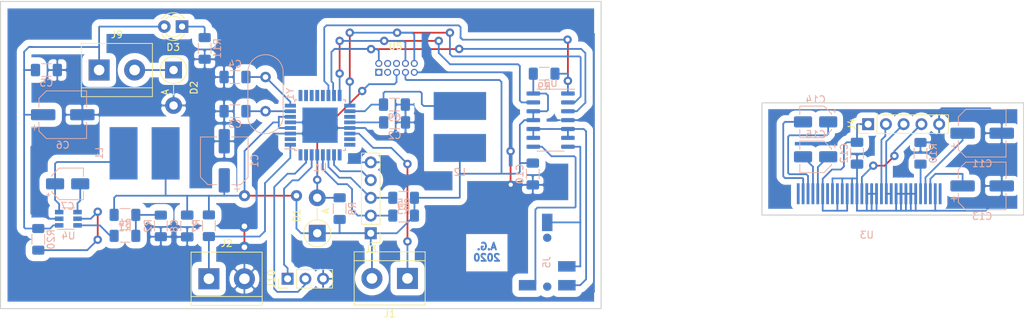
<source format=kicad_pcb>
(kicad_pcb (version 20221018) (generator pcbnew)
  (layers (0 "F.Cu" signal) (31 "B.Cu" signal) (34 "B.Paste" user) (35 "F.Paste" user) (36 "B.SilkS" user "B.Silkscreen") (37 "F.SilkS" user "F.Silkscreen") (38 "B.Mask" user) (39 "F.Mask" user) (44 "Edge.Cuts" user))
  (net 0 "")
  (net 1 "GND")
  (net 2 "VCC")
  (net 3 "Net-(C2-Pad1)")
  (net 4 "XTAL1")
  (net 5 "XTAL2")
  (net 6 "+12V")
  (net 7 "Net-(C7-Pad2)")
  (net 8 "Net-(C7-Pad1)")
  (net 9 "Net-(C9-Pad1)")
  (net 10 "Net-(D1-Pad2)")
  (net 11 "Net-(J1-Pad1)")
  (net 12 "1_WIRE")
  (net 13 "MOSI")
  (net 14 "SCK")
  (net 15 "MISO")
  (net 16 "Net-(R1-Pad2)")
  (net 17 "Net-(R4-Pad2)")
  (net 18 "Net-(R10-Pad1)")
  (net 19 "Net-(R20-Pad1)")
  (net 20 "MCP42100_CS")
  (net 21 "USART_TX")
  (net 22 "Net-(C11-Pad1)")
  (net 23 "Net-(C13-Pad1)")
  (net 24 "Net-(C14-Pad2)")
  (net 25 "Net-(C14-Pad1)")
  (net 26 "Net-(C15-Pad2)")
  (net 27 "Net-(C15-Pad1)")
  (net 28 "Net-(J3-Pad3)")
  (net 29 "Net-(J3-Pad2)")
  (net 30 "Net-(J4-Pad3)")
  (net 31 "Net-(J4-Pad2)")
  (net 32 "USART_RX")
  (net 33 "Net-(D2-Pad1)")
  (net 34 "Net-(J5-PadT)")
  (net 35 "Net-(J5-PadR1)")
  (net 36 "Net-(J5-PadS)")
  (net 37 "Net-(U1-Pad32)")
  (net 38 "Net-(U1-Pad25)")
  (net 39 "Net-(U1-Pad24)")
  (net 40 "Net-(U1-Pad23)")
  (net 41 "Net-(U1-Pad19)")
  (net 42 "Net-(U1-Pad13)")
  (net 43 "Net-(U1-Pad12)")
  (net 44 "Net-(U1-Pad11)")
  (net 45 "Net-(U1-Pad10)")
  (net 46 "Net-(U1-Pad9)")
  (net 47 "Net-(U1-Pad2)")
  (net 48 "Net-(U3-Pad30)")
  (net 49 "Net-(U3-Pad7)")
  (net 50 "Net-(U3-Pad1)")
  (net 51 "Net-(U5-Pad10)")
  (net 52 "Net-(U5-Pad8)")
  (net 53 "Net-(U5-Pad7)")
  (net 54 "Net-(U5-Pad5)")
  (net 55 "Net-(D3-Pad1)")
  (net 56 "Net-(J3-Pad4)")
  (net 57 "Net-(J4-Pad4)")
  (footprint "Diode_THT:D_DO-15_P5.08mm_Vertical_AnodeUp" (layer "F.Cu") (at 45.3 29.975 -90)
    (fp_text reference "D2")
    (fp_text value "D")
  )
  (footprint "TerminalBlock:TerminalBlock_bornier-2_P5.08mm" (layer "F.Cu") (at 78.75 59.825 180)
    (fp_text reference "J1")
    (fp_text value "REMOTE_CTL")
  )
  (footprint "TerminalBlock:TerminalBlock_bornier-2_P5.08mm" (layer "F.Cu") (at 50.35 59.875)
    (fp_text reference "J2")
    (fp_text value "1_WIRE")
  )
  (footprint "Diode_THT:D_DO-15_P5.08mm_Vertical_AnodeUp" (layer "F.Cu") (at 65.85 53.355 90)
    (fp_text reference "D1")
    (fp_text value "D")
  )
  (footprint "TerminalBlock:TerminalBlock_bornier-2_P5.08mm" (layer "F.Cu") (at 34.65 29.975)
    (fp_text reference "J9")
    (fp_text value "POWER_IN")
  )
  (footprint "footprints:Atmel-ICE_IDC_2x05_P1.27mm_Vertical" (layer "F.Cu") (at 74.65 30.3 90)
    (fp_text reference "U5")
    (fp_text value "Atmel-ICE-ISP")
  )
  (footprint "Connector_PinHeader_2.54mm:PinHeader_1x03_P2.54mm_Vertical" (layer "F.Cu") (at 61.61 59.875 90)
    (fp_text reference "J10")
    (fp_text value "USART_OUT")
  )
  (footprint "LED_THT:LED_D3.0mm" (layer "F.Cu") (at 46.515 23.75 180)
    (fp_text reference "D3")
    (fp_text value "LED_PWR")
  )
  (footprint "Connector_PinHeader_2.54mm:PinHeader_1x05_P2.54mm_Vertical" (layer "F.Cu") (at 73.5 53.36 180)
    (fp_text reference "J3")
    (fp_text value "Display_OUT")
  )
  (footprint "Connector_PinHeader_2.54mm:PinHeader_1x05_P2.54mm_Vertical" (layer "F.Cu") (at 144.64 37.725 90)
    (fp_text reference "J4")
    (fp_text value "Display_IN")
  )
  (footprint "Capacitor_SMD:C_1206_3216Metric_Pad1.33x1.80mm_HandSolder" (layer "B.Cu") (at 76.9125 37.475)
    (fp_text reference "C2")
    (fp_text value "100pF")
  )
  (footprint "Capacitor_SMD:C_1206_3216Metric_Pad1.33x1.80mm_HandSolder" (layer "B.Cu") (at 54.0875 35.875)
    (fp_text reference "C3")
    (fp_text value "22pF")
  )
  (footprint "Capacitor_SMD:C_1206_3216Metric_Pad1.33x1.80mm_HandSolder" (layer "B.Cu") (at 54.0875 30.975 180)
    (fp_text reference "C4")
    (fp_text value "22pF")
  )
  (footprint "Capacitor_SMD:CP_Elec_4x5.4" (layer "B.Cu") (at 30.15 46.275)
    (fp_text reference "C7")
    (fp_text value "1uF")
  )
  (footprint "Capacitor_SMD:C_1206_3216Metric_Pad1.33x1.80mm_HandSolder" (layer "B.Cu") (at 96.675 44.8625 -90)
    (fp_text reference "C10")
    (fp_text value "100nF")
  )
  (footprint "Resistor_SMD:R_1206_3216Metric_Pad1.30x1.75mm_HandSolder" (layer "B.Cu") (at 38.35 50.725)
    (fp_text reference "R1")
    (fp_text value "10k")
  )
  (footprint "Resistor_SMD:R_1206_3216Metric_Pad1.30x1.75mm_HandSolder" (layer "B.Cu") (at 43.475 52.3 -90)
    (fp_text reference "R2")
    (fp_text value "3k3")
  )
  (footprint "Resistor_SMD:R_1206_3216Metric_Pad1.30x1.75mm_HandSolder" (layer "B.Cu") (at 38.35 53.725 180)
    (fp_text reference "R4")
    (fp_text value "51k")
  )
  (footprint "Resistor_SMD:R_1206_3216Metric_Pad1.30x1.75mm_HandSolder" (layer "B.Cu") (at 50.35 52.275 -90)
    (fp_text reference "R7")
    (fp_text value "4.7k")
  )
  (footprint "Resistor_SMD:R_1206_3216Metric_Pad1.30x1.75mm_HandSolder" (layer "B.Cu") (at 98.3 30.5)
    (fp_text reference "R9")
    (fp_text value "10k")
  )
  (footprint "Resistor_SMD:R_1206_3216Metric_Pad1.30x1.75mm_HandSolder" (layer "B.Cu") (at 25.95 54.225 90)
    (fp_text reference "R20")
    (fp_text value "100k")
  )
  (footprint "Package_QFP:TQFP-32_7x7mm_P0.8mm" (layer "B.Cu") (at 66.25 37.875)
    (fp_text reference "U1")
    (fp_text value "ATmega88-20AU")
  )
  (footprint "Package_TO_SOT_SMD:TSOT-23-6" (layer "B.Cu") (at 30.25 51.275)
    (fp_text reference "U4")
    (fp_text value "AP65111AWU")
  )
  (footprint "Crystal:Crystal_HC18-U_Vertical" (layer "B.Cu") (at 58.45 35.875 90)
    (fp_text reference "Y1")
    (fp_text value "4MHz")
  )
  (footprint "Capacitor_SMD:CP_Elec_6.3x5.4" (layer "B.Cu") (at 52.55 42.975 90)
    (fp_text reference "C1")
    (fp_text value "22uF")
  )
  (footprint "Capacitor_SMD:C_1206_3216Metric_Pad1.33x1.80mm_HandSolder" (layer "B.Cu") (at 47.25 52.3125 -90)
    (fp_text reference "C8")
    (fp_text value "22pF")
  )
  (footprint "Package_SO:SOIC-14_3.9x8.7mm_P1.27mm" (layer "B.Cu") (at 99.225 37.15 180)
    (fp_text reference "U2")
    (fp_text value "MCP42100")
  )
  (footprint "Capacitor_SMD:C_1206_3216Metric_Pad1.33x1.80mm_HandSolder" (layer "B.Cu") (at 76.8875 34.925)
    (fp_text reference "C9")
    (fp_text value "100nF")
  )
  (footprint "Capacitor_SMD:C_1206_3216Metric_Pad1.33x1.80mm_HandSolder" (layer "B.Cu") (at 143.05 41.8875 -90)
    (fp_text reference "C12")
    (fp_text value "100nF")
  )
  (footprint "Capacitor_SMD:CP_Elec_4x5.4" (layer "B.Cu") (at 137.125 37.4 180)
    (fp_text reference "C14")
    (fp_text value "1uF")
  )
  (footprint "Capacitor_SMD:CP_Elec_4x5.4" (layer "B.Cu") (at 137.125 42.4 180)
    (fp_text reference "C15")
    (fp_text value "1uF")
  )
  (footprint "Resistor_SMD:R_1206_3216Metric_Pad1.30x1.75mm_HandSolder" (layer "B.Cu") (at 78.2 48.275)
    (fp_text reference "R3")
    (fp_text value "4k7")
  )
  (footprint "Resistor_SMD:R_1206_3216Metric_Pad1.30x1.75mm_HandSolder" (layer "B.Cu") (at 78.2 50.825 180)
    (fp_text reference "R5")
    (fp_text value "4k7")
  )
  (footprint "Resistor_SMD:R_1206_3216Metric_Pad1.30x1.75mm_HandSolder" (layer "B.Cu") (at 152.125 41.9 90)
    (fp_text reference "R10")
    (fp_text value "64k")
  )
  (footprint "Capacitor_SMD:C_1206_3216Metric_Pad1.33x1.80mm_HandSolder" (layer "B.Cu") (at 27.1125 29.975)
    (fp_text reference "C5")
    (fp_text value "100nF")
  )
  (footprint "Resistor_SMD:R_1206_3216Metric_Pad1.30x1.75mm_HandSolder" (layer "B.Cu") (at 69.05 49.825 90)
    (fp_text reference "R8")
    (fp_text value "10k")
  )
  (footprint "Capacitor_SMD:CP_Elec_6.3x5.4" (layer "B.Cu") (at 29.45 36.375)
    (fp_text reference "C6")
    (fp_text value "22uF")
  )
  (footprint "Capacitor_SMD:CP_Elec_6.3x5.4" (layer "B.Cu") (at 160.95 39.025)
    (fp_text reference "C11")
    (fp_text value "4.7uF")
  )
  (footprint "Capacitor_SMD:CP_Elec_6.3x5.4" (layer "B.Cu") (at 160.95 46.575)
    (fp_text reference "C13")
    (fp_text value "2.2uF")
  )
  (footprint "footprints:DLG-0705_HandSolder" (layer "B.Cu") (at 41.25 41.91 -90)
    (fp_text reference "L1")
    (fp_text value "10uH")
  )
  (footprint "footprints:DLG-0705_HandSolder" (layer "B.Cu") (at 86.25 38.037)
    (fp_text reference "L2")
    (fp_text value "10uH")
  )
  (footprint "footprints:PJ218-SMT-LW" (layer "B.Cu") (at 98.74 57.1 90)
    (fp_text reference "J5")
    (fp_text value "AudioJack4")
  )
  (footprint "Resistor_SMD:R_1206_3216Metric_Pad1.30x1.75mm_HandSolder" (layer "B.Cu") (at 49.75 26.875 90)
    (fp_text reference "R11")
    (fp_text value "470")
  )
  (footprint "footprints:OLED-AG-L-12864" (layer "B.Cu") (at 144.45 48.4)
    (fp_text reference "U3")
    (fp_text value "SSD1306")
  )
  (gr_line (start 106.45 20.15) (end 20.55 20.15) (stroke (width 0.15)) (layer "Edge.Cuts"))
  (gr_line (start 166.875 50.75) (end 166.875 34.675) (stroke (width 0.15)) (layer "Edge.Cuts"))
  (gr_line (start 129.45 50.75) (end 166.875 50.75) (stroke (width 0.15)) (layer "Edge.Cuts"))
  (gr_line (start 129.45 34.675) (end 129.45 50.75) (stroke (width 0.15)) (layer "Edge.Cuts"))
  (gr_line (start 166.875 34.675) (end 129.45 34.675) (stroke (width 0.15)) (layer "Edge.Cuts"))
  (gr_line (start 106.45 64.15) (end 106.45 20.15) (stroke (width 0.15)) (layer "Edge.Cuts"))
  (gr_line (start 20.55 20.15) (end 20.55 64.15) (stroke (width 0.15)) (layer "Edge.Cuts"))
  (gr_line (start 20.55 64.15) (end 106.45 64.15) (stroke (width 0.15)) (layer "Edge.Cuts"))
  (gr_text "A.G.\n2020" (at 90.1 56.05) (layer "B.Cu") (effects (font (size 1 1) (thickness 0.25)) (justify mirror)))
  (segment (start 93.5 46.375) (end 93.525 46.4) (width 0.25) (layer "F.Cu") (net 1))
  (segment (start 55.43 55.355) (end 55.43 52.355) (width 0.25) (layer "F.Cu") (net 1))
  (segment (start 93.5 41.6) (end 93.5 46.375) (width 0.25) (layer "F.Cu") (net 1))
  (via (at 55.43 52.355) (size 1.6) (drill 0.8) (layers "F.Cu" "B.Cu") (net 1))
  (via (at 93.525 46.4) (size 1.2) (drill 0.6) (layers "F.Cu" "B.Cu") (net 1))
  (via (at 55.43 55.355) (size 1.6) (drill 0.8) (layers "F.Cu" "B.Cu") (net 1))
  (via (at 93.5 41.6) (size 1.2) (drill 0.6) (layers "F.Cu" "B.Cu") (net 1))
  (segment (start 75.625 43.2) (end 78.025 45.6) (width 0.25) (layer "B.Cu") (net 1))
  (segment (start 43.5 53.875) (end 43.475 53.85) (width 0.25) (layer "B.Cu") (net 1))
  (segment (start 142.34 47.7) (end 142.34 45.56) (width 0.25) (layer "B.Cu") (net 1))
  (segment (start 72.7 38.275) (end 70.5 38.275) (width 0.25) (layer "B.Cu") (net 1))
  (segment (start 43.475 53.975) (end 43.475 61.475) (width 0.25) (layer "B.Cu") (net 1))
  (segment (start 150.74 50.065) (end 150.8 50.125) (width 0.25) (layer "B.Cu") (net 1))
  (segment (start 163.75 47.825) (end 163.75 46.575) (width 0.25) (layer "B.Cu") (net 1))
  (segment (start 143.05 47.69) (end 143.04 47.7) (width 0.25) (layer "B.Cu") (net 1))
  (segment (start 88.4 23.5) (end 104.1 23.5) (width 0.25) (layer "B.Cu") (net 1))
  (segment (start 78.475 37.475) (end 78.475 34.95) (width 0.25) (layer "B.Cu") (net 1))
  (segment (start 59.625 39.075) (end 57.14997 41.55003) (width 0.25) (layer "B.Cu") (net 1))
  (segment (start 52.525 26.975) (end 52.95 26.55) (width 0.25) (layer "B.Cu") (net 1))
  (segment (start 154.225 50.1) (end 154.25 50.125) (width 0.25) (layer "B.Cu") (net 1))
  (segment (start 32.05 40.55) (end 32.25 40.35) (width 0.25) (layer "B.Cu") (net 1))
  (segment (start 78.025 45.6) (end 79.475 45.6) (width 0.25) (layer "B.Cu") (net 1))
  (segment (start 78.475 37.425) (end 78.475 39.75) (width 0.25) (layer "B.Cu") (net 1))
  (segment (start 24.95 50.525) (end 24.95 40.975) (width 0.25) (layer "B.Cu") (net 1))
  (segment (start 141 45.5) (end 142.4 45.5) (width 0.25) (layer "B.Cu") (net 1))
  (segment (start 150.04 47.7) (end 150.04 50.115) (width 0.25) (layer "B.Cu") (net 1))
  (segment (start 52.525 30.975) (end 52.525 28.425) (width 0.25) (layer "B.Cu") (net 1))
  (segment (start 154.8 36.975) (end 154.8 35.8) (width 0.25) (layer "B.Cu") (net 1))
  (segment (start 55.43 62.5) (end 55.45 62.5) (width 0.25) (layer "B.Cu") (net 1))
  (segment (start 139.54 45.51) (end 139.55 45.5) (width 0.25) (layer "B.Cu") (net 1))
  (segment (start 142.34 45.56) (end 142.4 45.5) (width 0.25) (layer "B.Cu") (net 1))
  (segment (start 28.675 29.975) (end 30.775 29.975) (width 0.25) (layer "B.Cu") (net 1))
  (segment (start 66.35 22.05) (end 86.95 22.05) (width 0.25) (layer "B.Cu") (net 1))
  (segment (start 31.35 30.55) (end 31.35 32.25) (width 0.25) (layer "B.Cu") (net 1))
  (segment (start 101.7 37.15) (end 103.95 37.15) (width 0.25) (layer "B.Cu") (net 1))
  (segment (start 145.14 50.125) (end 145.875 50.125) (width 0.25) (layer "B.Cu") (net 1))
  (segment (start 78.45 37.4) (end 78.475 37.425) (width 0.25) (layer "B.Cu") (net 1))
  (segment (start 28.94 51.275) (end 27.575 51.275) (width 0.25) (layer "B.Cu") (net 1))
  (segment (start 49.75 28.425) (end 52.525 28.425) (width 0.25) (layer "B.Cu") (net 1))
  (segment (start 161.45 50.125) (end 163.75 47.825) (width 0.25) (layer "B.Cu") (net 1))
  (segment (start 140.94 47.7) (end 140.94 45.56) (width 0.25) (layer "B.Cu") (net 1))
  (segment (start 148.64 47.7) (end 151.44 47.7) (width 0.25) (layer "B.Cu") (net 1))
  (segment (start 47.25 53.875) (end 43.5 53.875) (width 0.25) (layer "B.Cu") (net 1))
  (segment (start 145.84 47.7) (end 145.84 50.09) (width 0.25) (layer "B.Cu") (net 1))
  (segment (start 93.25 50.15) (end 86.2 50.15) (width 0.25) (layer "B.Cu") (net 1))
  (segment (start 154.8 35.8) (end 155.15 35.45) (width 0.25) (layer "B.Cu") (net 1))
  (segment (start 150.74 47.7) (end 150.74 50.065) (width 0.25) (layer "B.Cu") (net 1))
  (segment (start 55.75 62.8) (end 55.45 62.5) (width 0.25) (layer "B.Cu") (net 1))
  (segment (start 25.175 50.75) (end 24.95 50.525) (width 0.25) (layer "B.Cu") (net 1))
  (segment (start 79.73 30.3) (end 93.3 30.3) (width 0.25) (layer "B.Cu") (net 1))
  (segment (start 144.44 47.7) (end 145.84 47.7) (width 0.25) (layer "B.Cu") (net 1))
  (segment (start 93.55 30.55) (end 93.55 41.55) (width 0.25) (layer "B.Cu") (net 1))
  (segment (start 151.44 50.09) (end 151.475 50.125) (width 0.25) (layer "B.Cu") (net 1))
  (segment (start 143.04 47.7) (end 143.04 50.125) (width 0.25) (layer "B.Cu") (net 1))
  (segment (start 149.34 50.04) (end 149.425 50.125) (width 0.25) (layer "B.Cu") (net 1))
  (segment (start 163.75 46.575) (end 163.75 39.025) (width 0.25) (layer "B.Cu") (net 1))
  (segment (start 143.05 45.5) (end 143.05 47.69) (width 0.25) (layer "B.Cu") (net 1))
  (segment (start 31.35 32.25) (end 32.25 33.15) (width 0.25) (layer "B.Cu") (net 1))
  (segment (start 78.475 34.95) (end 78.45 34.925) (width 0.25) (layer "B.Cu") (net 1))
  (segment (start 86.95 22.05) (end 88.4 23.5) (width 0.25) (layer "B.Cu") (net 1))
  (segment (start 145.84 50.09) (end 145.875 50.125) (width 0.25) (layer "B.Cu") (net 1))
  (segment (start 144.44 50.065) (end 144.5 50.125) (width 0.25) (layer "B.Cu") (net 1))
  (segment (start 65.3 26.55) (end 65.65 26.2) (width 0.25) (layer "B.Cu") (net 1))
  (segment (start 145.14 47.7) (end 145.14 50.125) (width 0.25) (layer "B.Cu") (net 1))
  (segment (start 150.04 50.115) (end 150.05 50.125) (width 0.25) (layer "B.Cu") (net 1))
  (segment (start 93.525 46.475) (end 93.525 49.875) (width 0.25) (layer "B.Cu") (net 1))
  (segment (start 104.35 62.8) (end 55.75 62.8) (width 0.25) (layer "B.Cu") (net 1))
  (segment (start 65.65 26.2) (end 65.65 22.75) (width 0.25) (layer "B.Cu") (net 1))
  (segment (start 78.475 39.75) (end 78.475 37.475) (width 0.25) (layer "B.Cu") (net 1))
  (segment (start 45.3 35.055) (end 36.545 35.055) (width 0.25) (layer "B.Cu") (net 1))
  (segment (start 65.45 37.475) (end 66.25 38.275) (width 0.25) (layer "B.Cu") (net 1))
  (segment (start 163.75 37.15) (end 163.75 39.025) (width 0.25) (layer "B.Cu") (net 1))
  (segment (start 142.4 45.5) (end 143.05 45.5) (width 0.25) (layer "B.Cu") (net 1))
  (segment (start 36.545 35.055) (end 35.225 36.375) (width 0.25) (layer "B.Cu") (net 1))
  (segment (start 80.35 44.725) (end 80.35 41.25) (width 0.25) (layer "B.Cu") (net 1))
  (segment (start 62 39.075) (end 59.625 39.075) (width 0.25) (layer "B.Cu") (net 1))
  (segment (start 154.24 50.11) (end 154.225 50.125) (width 0.25) (layer "B.Cu") (net 1))
  (segment (start 44.5 62.5) (end 55.45 62.5) (width 0.25) (layer "B.Cu") (net 1))
  (segment (start 65.65 22.75) (end 66.35 22.05) (width 0.25) (layer "B.Cu") (net 1))
  (segment (start 104.55 37.15) (end 103.95 37.15) (width 0.25) (layer "B.Cu") (net 1))
  (segment (start 45.3 35.055) (end 47.655 35.055) (width 0.25) (layer "B.Cu") (net 1))
  (segment (start 105.425 36.275) (end 105.425 61.725) (width 0.25) (layer "B.Cu") (net 1))
  (segment (start 149.425 50.125) (end 150.075 50.125) (width 0.25) (layer "B.Cu") (net 1))
  (segment (start 103.95 37.15) (end 105.425 37.15) (width 0.25) (layer "B.Cu") (net 1))
  (segment (start 62 39.075) (end 65.45 39.075) (width 0.25) (layer "B.Cu") (net 1))
  (segment (start 104.1 23.5) (end 105.425 24.825) (width 0.25) (layer "B.Cu") (net 1))
  (segment (start 57.14997 52.175) (end 56.96997 52.355) (width 0.25) (layer "B.Cu") (net 1))
  (segment (start 148.64 50.09) (end 148.675 50.125) (width 0.25) (layer "B.Cu") (net 1))
  (segment (start 105.425 61.725) (end 104.35 62.8) (width 0.25) (layer "B.Cu") (net 1))
  (segment (start 149.34 47.7) (end 149.34 50.04) (width 0.25) (layer "B.Cu") (net 1))
  (segment (start 66.69 62.74) (end 66.7 62.75) (width 0.25) (layer "B.Cu") (net 1))
  (segment (start 25.375 40.55) (end 32.05 40.55) (width 0.25) (layer "B.Cu") (net 1))
  (segment (start 27.575 51.275) (end 27.05 50.75) (width 0.25) (layer "B.Cu") (net 1))
  (segment (start 148.64 47.7) (end 148.64 50.09) (width 0.25) (layer "B.Cu") (net 1))
  (segment (start 93.525 49.875) (end 93.25 50.15) (width 0.25) (layer "B.Cu") (net 1))
  (segment (start 52.95 26.55) (end 65.3 26.55) (width 0.25) (layer "B.Cu") (net 1))
  (segment (start 151.475 50.125) (end 154.225 50.125) (width 0.25) (layer "B.Cu") (net 1))
  (segment (start 27.05 50.75) (end 25.175 50.75) (width 0.25) (layer "B.Cu") (net 1))
  (segment (start 93.55 41.55) (end 93.5 41.6) (width 0.25) (layer "B.Cu") (net 1))
  (segment (start 93.3 30.3) (end 93.55 30.55) (width 0.25) (layer "B.Cu") (net 1))
  (segment (start 150.8 50.125) (end 151.475 50.125) (width 0.25) (layer "B.Cu") (net 1))
  (segment (start 145.875 50.125) (end 148.675 50.125) (width 0.25) (layer "B.Cu") (net 1))
  (segment (start 35.225 36.375) (end 32.25 36.375) (width 0.25) (layer "B.Cu") (net 1))
  (segment (start 85.95 50.4) (end 85.95 62.75) (width 0.25) (layer "B.Cu") (net 1))
  (segment (start 52.55 40.175) (end 52.55 35.9) (width 0.25) (layer "B.Cu") (net 1))
  (segment (start 55.43 59.875) (end 55.43 62.5) (width 0.25) (layer "B.Cu") (net 1))
  (segment (start 43.475 61.475) (end 44.5 62.5) (width 0.25) (layer "B.Cu") (net 1))
  (segment (start 74.175 39.75) (end 72.7 38.275) (width 0.25) (layer "B.Cu") (net 1))
  (segment (start 24.95 40.975) (end 25.375 40.55) (width 0.25) (layer "B.Cu") (net 1))
  (segment (start 57.14997 41.55003) (end 57.14997 52.175) (width 0.25) (layer "B.Cu") (net 1))
  (segment (start 62 37.475) (end 65.45 37.475) (width 0.25) (layer "B.Cu") (net 1))
  (segment (start 30.775 29.975) (end 31.35 30.55) (width 0.25) (layer "B.Cu") (net 1))
  (segment (start 66.25 38.275) (end 70.5 38.275) (width 0.25) (layer "B.Cu") (net 1))
  (segment (start 47.655 35.055) (end 48.475 35.875) (width 0.25) (layer "B.Cu") (net 1))
  (segment (start 155.15 35.45) (end 162.05 35.45) (width 0.25) (layer "B.Cu") (net 1))
  (segment (start 105.425 24.825) (end 105.425 36.275) (width 0.25) (layer "B.Cu") (net 1))
  (segment (start 151.44 47.7) (end 151.44 50.09) (width 0.25) (layer "B.Cu") (net 1))
  (segment (start 52.525 30.975) (end 52.525 35.875) (width 0.25) (layer "B.Cu") (net 1))
  (segment (start 162.05 35.45) (end 163.75 37.15) (width 0.25) (layer "B.Cu") (net 1))
  (segment (start 43.525 53.925) (end 43.475 53.975) (width 0.25) (layer "B.Cu") (net 1))
  (segment (start 78.85 39.75) (end 74.175 39.75) (width 0.25) (layer "B.Cu") (net 1))
  (segment (start 93.575 46.425) (end 93.525 46.475) (width 0.25) (layer "B.Cu") (net 1))
  (segment (start 144.5 50.125) (end 145.175 50.125) (width 0.25) (layer "B.Cu") (net 1))
  (segment (start 152.125 40.35) (end 153.5 40.35) (width 0.25) (layer "B.Cu") (net 1))
  (segment (start 65.45 39.075) (end 66.25 38.275) (width 0.25) (layer "B.Cu") (net 1))
  (segment (start 73.5 43.2) (end 75.625 43.2) (width 0.25) (layer "B.Cu") (net 1))
  (segment (start 56.96997 52.355) (end 55.43 52.355) (width 0.25) (layer "B.Cu") (net 1))
  (segment (start 139.54 47.7) (end 139.54 45.51) (width 0.25) (layer "B.Cu") (net 1))
  (segment (start 48.475 35.875) (end 52.525 35.875) (width 0.25) (layer "B.Cu") (net 1))
  (segment (start 55.43 55.355) (end 55.43 59.875) (width 0.25) (layer "B.Cu") (net 1))
  (segment (start 52.55 35.9) (end 52.525 35.875) (width 0.25) (layer "B.Cu") (net 1))
  (segment (start 150.05 50.125) (end 150.8 50.125) (width 0.25) (layer "B.Cu") (net 1))
  (segment (start 96.675 46.425) (end 93.575 46.425) (width 0.25) (layer "B.Cu") (net 1))
  (segment (start 153.5 40.35) (end 154.8 39.05) (width 0.25) (layer "B.Cu") (net 1))
  (segment (start 143.05 45.5) (end 143.05 43.45) (width 0.25) (layer "B.Cu") (net 1))
  (segment (start 66.69 59.875) (end 66.69 62.74) (width 0.25) (layer "B.Cu") (net 1))
  (segment (start 32.25 40.35) (end 32.25 36.375) (width 0.25) (layer "B.Cu") (net 1))
  (segment (start 80.35 41.25) (end 78.85 39.75) (width 0.25) (layer "B.Cu") (net 1))
  (segment (start 86.2 50.15) (end 85.95 50.4) (width 0.25) (layer "B.Cu") (net 1))
  (segment (start 154.24 47.7) (end 154.24 50.11) (width 0.25) (layer "B.Cu") (net 1))
  (segment (start 144.44 47.7) (end 144.44 50.065) (width 0.25) (layer "B.Cu") (net 1))
  (segment (start 154.8 39.05) (end 154.8 36.975) (width 0.25) (layer "B.Cu") (net 1))
  (segment (start 79.475 45.6) (end 80.35 44.725) (width 0.25) (layer "B.Cu") (net 1))
  (segment (start 140.94 45.56) (end 141 45.5) (width 0.25) (layer "B.Cu") (net 1))
  (segment (start 148.675 50.125) (end 149.425 50.125) (width 0.25) (layer "B.Cu") (net 1))
  (segment (start 139.55 45.5) (end 141 45.5) (width 0.25) (layer "B.Cu") (net 1))
  (segment (start 52.525 28.425) (end 52.525 26.975) (width 0.25) (layer "B.Cu") (net 1))
  (segment (start 143.04 50.125) (end 144.5 50.125) (width 0.25) (layer "B.Cu") (net 1))
  (segment (start 32.25 33.15) (end 32.25 36.375) (width 0.25) (layer "B.Cu") (net 1))
  (segment (start 154.25 50.125) (end 161.45 50.125) (width 0.25) (layer "B.Cu") (net 1))
  (segment (start 55.45 47.975) (end 62.875 47.975) (width 0.25) (layer "F.Cu") (net 2))
  (via (at 62.875 47.975) (size 1.6) (drill 0.8) (layers "F.Cu" "B.Cu") (net 2))
  (via (at 55.45 47.975) (size 1.6) (drill 0.8) (layers "F.Cu" "B.Cu") (net 2))
  (segment (start 78.46 30.3) (end 78.46 31.26) (width 0.25) (layer "B.Cu") (net 2))
  (segment (start 46.75 47.975) (end 46.25 47.975) (width 0.25) (layer "B.Cu") (net 2))
  (segment (start 143.05 37.8) (end 143.05 40.325) (width 0.25) (layer "B.Cu") (net 2))
  (segment (start 62.875 52.675) (end 63.555 53.355) (width 0.25) (layer "B.Cu") (net 2))
  (segment (start 51.15 47.975) (end 55.45 47.975) (width 0.25) (layer "B.Cu") (net 2))
  (segment (start 79.75 50.825) (end 79.75 48.275) (width 0.25) (layer "B.Cu") (net 2))
  (segment (start 94.825 44.575) (end 94.575 44.825) (width 0.25) (layer "B.Cu") (net 2))
  (segment (start 86.24 41.137) (end 86.24 48.21) (width 0.25) (layer "B.Cu") (net 2))
  (segment (start 141.575 40.325) (end 141.175 40.725) (width 0.25) (layer "B.Cu") (net 2))
  (segment (start 69.05 51.375) (end 69.05 53.325) (width 0.25) (layer "B.Cu") (net 2))
  (segment (start 46.25 47.975) (end 44.225 47.975) (width 0.25) (layer "B.Cu") (net 2))
  (segment (start 98.85 35.7) (end 98.85 33.625) (width 0.25) (layer "B.Cu") (net 2))
  (segment (start 51.15 47.975) (end 50.65 47.975) (width 0.25) (layer "B.Cu") (net 2))
  (segment (start 78.6 31.4) (end 91.9 31.4) (width 0.25) (layer "B.Cu") (net 2))
  (segment (start 140.2 50.125) (end 141.64 50.125) (width 0.25) (layer "B.Cu") (net 2))
  (segment (start 44.225 47.975) (end 43.675 47.975) (width 0.25) (layer "B.Cu") (net 2))
  (segment (start 94.575 44.825) (end 86.225 44.825) (width 0.25) (layer "B.Cu") (net 2))
  (segment (start 96.75 33.34) (end 96.75 30.5) (width 0.25) (layer "B.Cu") (net 2))
  (segment (start 43.675 47.975) (end 41.45 47.975) (width 0.25) (layer "B.Cu") (net 2))
  (segment (start 143.125 37.725) (end 143.05 37.8) (width 0.25) (layer "B.Cu") (net 2))
  (segment (start 44.162 41.91) (end 44.162 47.912) (width 0.25) (layer "B.Cu") (net 2))
  (segment (start 60.35 37.45) (end 60.35 37.35) (width 0.25) (layer "B.Cu") (net 2))
  (segment (start 59.55 37.475) (end 60.325 37.475) (width 0.25) (layer "B.Cu") (net 2))
  (segment (start 65.85 53.355) (end 73.495 53.355) (width 0.25) (layer "B.Cu") (net 2))
  (segment (start 36.8 50.725) (end 36.8 48.275) (width 0.25) (layer "B.Cu") (net 2))
  (segment (start 60.325 37.475) (end 60.35 37.45) (width 0.25) (layer "B.Cu") (net 2))
  (segment (start 47.25 48) (end 47.225 47.975) (width 0.25) (layer "B.Cu") (net 2))
  (segment (start 73.5 53.36) (end 77.215 53.36) (width 0.25) (layer "B.Cu") (net 2))
  (segment (start 141.175 43.8) (end 140.75 44.225) (width 0.25) (layer "B.Cu") (net 2))
  (segment (start 98.85 33.625) (end 98.565 33.34) (width 0.25) (layer "B.Cu") (net 2))
  (segment (start 55.45 41.575) (end 59.55 37.475) (width 0.25) (layer "B.Cu") (net 2))
  (segment (start 69.05 51.375) (end 69.05 53.35) (width 0.25) (layer "B.Cu") (net 2))
  (segment (start 62.875 47.975) (end 62.875 52.675) (width 0.25) (layer "B.Cu") (net 2))
  (segment (start 47.225 47.975) (end 46.75 47.975) (width 0.25) (layer "B.Cu") (net 2))
  (segment (start 73.65 59.805) (end 73.67 59.825) (width 0.25) (layer "B.Cu") (net 2))
  (segment (start 73.49 53.35) (end 73.5 53.36) (width 0.25) (layer "B.Cu") (net 2))
  (segment (start 141.175 40.725) (end 141.175 43.8) (width 0.25) (layer "B.Cu") (net 2))
  (segment (start 140.24 50.11) (end 140.225 50.125) (width 0.25) (layer "B.Cu") (net 2))
  (segment (start 96.75 35.88) (end 98.67 35.88) (width 0.25) (layer "B.Cu") (net 2))
  (segment (start 138.14 50.09) (end 138.175 50.125) (width 0.25) (layer "B.Cu") (net 2))
  (segment (start 37.1 47.975) (end 41.45 47.975) (width 0.25) (layer "B.Cu") (net 2))
  (segment (start 143.05 40.325) (end 141.575 40.325) (width 0.25) (layer "B.Cu") (net 2))
  (segment (start 77.215 53.36) (end 79.75 50.825) (width 0.25) (layer "B.Cu") (net 2))
  (segment (start 98.565 33.34) (end 96.75 33.34) (width 0.25) (layer "B.Cu") (net 2))
  (segment (start 94.825 37.8) (end 94.825 44.575) (width 0.25) (layer "B.Cu") (net 2))
  (segment (start 36.8 48.275) (end 37.1 47.975) (width 0.25) (layer "B.Cu") (net 2))
  (segment (start 73.5 55) (end 73.5 53.36) (width 0.25) (layer "B.Cu") (net 2))
  (segment (start 96.75 37.15) (end 95.475 37.15) (width 0.25) (layer "B.Cu") (net 2))
  (segment (start 44.162 47.912) (end 44.225 47.975) (width 0.25) (layer "B.Cu") (net 2))
  (segment (start 62 36.675) (end 60.35 36.675) (width 0.25) (layer "B.Cu") (net 2))
  (segment (start 50.35 50.725) (end 50.35 47.975) (width 0.25) (layer "B.Cu") (net 2))
  (segment (start 63.555 53.355) (end 65.85 53.355) (width 0.25) (layer "B.Cu") (net 2))
  (segment (start 73.67 59.825) (end 73.67 55.17) (width 0.25) (layer "B.Cu") (net 2))
  (segment (start 69.05 53.35) (end 73.49 53.35) (width 0.25) (layer "B.Cu") (net 2))
  (segment (start 94.925 43.3) (end 94.85 43.3) (width 0.25) (layer "B.Cu") (net 2))
  (segment (start 52.55 45.775) (end 52.55 47.975) (width 0.25) (layer "B.Cu") (net 2))
  (segment (start 91.9 31.4) (end 92.2 31.7) (width 0.25) (layer "B.Cu") (net 2))
  (segment (start 138.14 45.56) (end 138.14 47.7) (width 0.25) (layer "B.Cu") (net 2))
  (segment (start 139.475 44.225) (end 138.14 45.56) (width 0.25) (layer "B.Cu") (net 2))
  (segment (start 144.64 37.725) (end 143.125 37.725) (width 0.25) (layer "B.Cu") (net 2))
  (segment (start 138.14 47.7) (end 138.14 50.09) (width 0.25) (layer "B.Cu") (net 2))
  (segment (start 73.67 55.17) (end 73.5 55) (width 0.25) (layer "B.Cu") (net 2))
  (segment (start 95.475 37.15) (end 94.825 37.8) (width 0.25) (layer "B.Cu") (net 2))
  (segment (start 60.35 37.35) (end 60.35 36.675) (width 0.25) (layer "B.Cu") (net 2))
  (segment (start 55.45 47.975) (end 55.45 41.575) (width 0.25) (layer "B.Cu") (net 2))
  (segment (start 141.64 50.125) (end 141.64 47.7) (width 0.25) (layer "B.Cu") (net 2))
  (segment (start 73.495 53.355) (end 73.5 53.36) (width 0.25) (layer "B.Cu") (net 2))
  (segment (start 140.225 50.125) (end 138.175 50.125) (width 0.25) (layer "B.Cu") (net 2))
  (segment (start 140.75 44.225) (end 139.475 44.225) (width 0.25) (layer "B.Cu") (net 2))
  (segment (start 86.24 48.21) (end 86.175 48.275) (width 0.25) (layer "B.Cu") (net 2))
  (segment (start 92.2 31.7) (end 92.2 44.8) (width 0.25) (layer "B.Cu") (net 2))
  (segment (start 85.975 48.275) (end 79.75 48.275) (width 0.25) (layer "B.Cu") (net 2))
  (segment (start 50.65 47.975) (end 47.225 47.975) (width 0.25) (layer "B.Cu") (net 2))
  (segment (start 62 38.275) (end 60.35 38.275) (width 0.25) (layer "B.Cu") (net 2))
  (segment (start 86.175 48.275) (end 85.975 48.275) (width 0.25) (layer "B.Cu") (net 2))
  (segment (start 96.675 43.3) (end 94.925 43.3) (width 0.25) (layer "B.Cu") (net 2))
  (segment (start 60.35 38.275) (end 60.35 37.45) (width 0.25) (layer "B.Cu") (net 2))
  (segment (start 140.24 47.7) (end 140.24 50.11) (width 0.25) (layer "B.Cu") (net 2))
  (segment (start 98.67 35.88) (end 98.85 35.7) (width 0.25) (layer "B.Cu") (net 2))
  (segment (start 78.46 31.26) (end 78.6 31.4) (width 0.25) (layer "B.Cu") (net 2))
  (segment (start 47.25 50.75) (end 47.25 48) (width 0.25) (layer "B.Cu") (net 2))
  (segment (start 96.75 37.15) (end 96.75 35.88) (width 0.25) (layer "B.Cu") (net 2))
  (segment (start 75.35 37.475) (end 70.5 37.475) (width 0.25) (layer "B.Cu") (net 3))
  (segment (start 62 35.875) (end 58.45 35.875) (width 0.25) (layer "B.Cu") (net 4))
  (segment (start 55.65 35.875) (end 58.45 35.875) (width 0.25) (layer "B.Cu") (net 4))
  (segment (start 62 34.525) (end 58.45 30.975) (width 0.25) (layer "B.Cu") (net 5))
  (segment (start 62 35.075) (end 62 34.525) (width 0.25) (layer "B.Cu") (net 5))
  (segment (start 58.45 30.975) (end 55.65 30.975) (width 0.25) (layer "B.Cu") (net 5))
  (segment (start 23.925 52.5) (end 23.925 36.333) (width 0.25) (layer "B.Cu") (net 6))
  (segment (start 27.65 52.675) (end 25.95 52.675) (width 0.25) (layer "B.Cu") (net 6))
  (segment (start 28.1 52.225) (end 27.65 52.675) (width 0.25) (layer "B.Cu") (net 6))
  (segment (start 28.94 52.225) (end 28.1 52.225) (width 0.25) (layer "B.Cu") (net 6))
  (segment (start 26.65 36.375) (end 23.967 36.375) (width 0.25) (layer "B.Cu") (net 6))
  (segment (start 23.933 29.975) (end 23.925 29.983) (width 0.25) (layer "B.Cu") (net 6))
  (segment (start 23.925 31.05) (end 23.925 29.983) (width 0.25) (layer "B.Cu") (net 6))
  (segment (start 25.05 26.675) (end 24.75 26.675) (width 0.25) (layer "B.Cu") (net 6))
  (segment (start 34.65 23.825) (end 34.725 23.75) (width 0.25) (layer "B.Cu") (net 6))
  (segment (start 23.925 36.333) (end 23.925 31.05) (width 0.25) (layer "B.Cu") (net 6))
  (segment (start 34.65 26.675) (end 34.65 29.975) (width 0.25) (layer "B.Cu") (net 6))
  (segment (start 25.05 26.675) (end 34.65 26.675) (width 0.25) (layer "B.Cu") (net 6))
  (segment (start 23.925 27.357) (end 24.607 26.675) (width 0.25) (layer "B.Cu") (net 6))
  (segment (start 23.967 36.375) (end 23.925 36.333) (width 0.25) (layer "B.Cu") (net 6))
  (segment (start 25.95 52.675) (end 24.1 52.675) (width 0.25) (layer "B.Cu") (net 6))
  (segment (start 23.925 29.983) (end 23.925 27.357) (width 0.25) (layer "B.Cu") (net 6))
  (segment (start 25.55 29.975) (end 23.933 29.975) (width 0.25) (layer "B.Cu") (net 6))
  (segment (start 34.725 23.75) (end 43.975 23.75) (width 0.25) (layer "B.Cu") (net 6))
  (segment (start 34.65 26.675) (end 34.65 23.825) (width 0.25) (layer "B.Cu") (net 6))
  (segment (start 24.1 52.675) (end 23.925 52.5) (width 0.25) (layer "B.Cu") (net 6))
  (segment (start 24.607 26.675) (end 25.05 26.675) (width 0.25) (layer "B.Cu") (net 6))
  (segment (start 31.95 48.675) (end 31.95 48.475) (width 0.25) (layer "B.Cu") (net 7))
  (segment (start 31.95 48.475) (end 31.95 46.275) (width 0.25) (layer "B.Cu") (net 7))
  (segment (start 31.56 49.065) (end 31.95 48.675) (width 0.25) (layer "B.Cu") (net 7))
  (segment (start 31.56 50.325) (end 31.56 49.065) (width 0.25) (layer "B.Cu") (net 7))
  (segment (start 36.9 43.15) (end 38.15 41.9) (width 0.25) (layer "B.Cu") (net 8))
  (segment (start 28.94 49.165) (end 28.94 50.325) (width 0.25) (layer "B.Cu") (net 8))
  (segment (start 38.575 41.875) (end 38.65 41.95) (width 0.25) (layer "B.Cu") (net 8))
  (segment (start 28.6 43.15) (end 36.9 43.15) (width 0.25) (layer "B.Cu") (net 8))
  (segment (start 28.35 46.275) (end 28.35 48.575) (width 0.25) (layer "B.Cu") (net 8))
  (segment (start 28.35 43.4) (end 28.6 43.15) (width 0.25) (layer "B.Cu") (net 8))
  (segment (start 28.35 48.575) (end 28.94 49.165) (width 0.25) (layer "B.Cu") (net 8))
  (segment (start 28.35 46.275) (end 28.35 43.4) (width 0.25) (layer "B.Cu") (net 8))
  (segment (start 70.5 35.875) (end 72.65 35.875) (width 0.25) (layer "B.Cu") (net 9))
  (segment (start 75.325 33.275) (end 75.525 33.075) (width 0.25) (layer "B.Cu") (net 9))
  (segment (start 73.6 34.925) (end 75.325 34.925) (width 0.25) (layer "B.Cu") (net 9))
  (segment (start 75.325 34.925) (end 75.325 33.275) (width 0.25) (layer "B.Cu") (net 9))
  (segment (start 80.8 34.85) (end 81.075 35.125) (width 0.25) (layer "B.Cu") (net 9))
  (segment (start 81.075 35.125) (end 86.25 35.125) (width 0.25) (layer "B.Cu") (net 9))
  (segment (start 75.525 33.075) (end 80.575 33.075) (width 0.25) (layer "B.Cu") (net 9))
  (segment (start 80.575 33.075) (end 80.8 33.3) (width 0.25) (layer "B.Cu") (net 9))
  (segment (start 72.65 35.875) (end 73.6 34.925) (width 0.25) (layer "B.Cu") (net 9))
  (segment (start 80.8 33.3) (end 80.8 34.85) (width 0.25) (layer "B.Cu") (net 9))
  (segment (start 65.85 39.4) (end 72.275 32.975) (width 0.25) (layer "F.Cu") (net 10))
  (segment (start 65.85 45.7) (end 65.85 39.4) (width 0.25) (layer "F.Cu") (net 10))
  (via (at 65.85 45.7) (size 1.2) (drill 0.6) (layers "F.Cu" "B.Cu") (net 10))
  (via (at 72.275 32.975) (size 1.2) (drill 0.6) (layers "F.Cu" "B.Cu") (net 10))
  (segment (start 65.85 45.7) (end 65.85 48.275) (width 0.25) (layer "B.Cu") (net 10))
  (segment (start 73.25 32) (end 76.9 32) (width 0.25) (layer "B.Cu") (net 10))
  (segment (start 77.19 31.71) (end 77.19 30.3) (width 0.25) (layer "B.Cu") (net 10))
  (segment (start 76.9 32) (end 77.19 31.71) (width 0.25) (layer "B.Cu") (net 10))
  (segment (start 65.85 48.275) (end 69.05 48.275) (width 0.25) (layer "B.Cu") (net 10))
  (segment (start 65.85 42.125) (end 65.85 45.7) (width 0.25) (layer "B.Cu") (net 10))
  (segment (start 72.275 32.975) (end 73.25 32) (width 0.25) (layer "B.Cu") (net 10))
  (segment (start 78.75 54.525) (end 78.75 43.425) (width 0.25) (layer "F.Cu") (net 11))
  (via (at 78.75 43.425) (size 1.2) (drill 0.6) (layers "F.Cu" "B.Cu") (net 11))
  (via (at 78.75 54.525) (size 1.2) (drill 0.6) (layers "F.Cu" "B.Cu") (net 11))
  (segment (start 71.8 39.075) (end 73.85 41.125) (width 0.25) (layer "B.Cu") (net 11))
  (segment (start 78.75 54.525) (end 78.75 59.825) (width 0.25) (layer "B.Cu") (net 11))
  (segment (start 73.85 41.125) (end 76.45 41.125) (width 0.25) (layer "B.Cu") (net 11))
  (segment (start 70.5 39.075) (end 71.8 39.075) (width 0.25) (layer "B.Cu") (net 11))
  (segment (start 76.45 41.125) (end 78.75 43.425) (width 0.25) (layer "B.Cu") (net 11))
  (segment (start 62 42.545075) (end 62 40.675) (width 0.25) (layer "B.Cu") (net 12))
  (segment (start 50.35 59.875) (end 50.35 53.825) (width 0.25) (layer "B.Cu") (net 12))
  (segment (start 50.35 53.825) (end 57.59998 53.825) (width 0.25) (layer "B.Cu") (net 12))
  (segment (start 58.375 53.04998) (end 58.375 46.170075) (width 0.25) (layer "B.Cu") (net 12))
  (segment (start 58.375 46.170075) (end 62 42.545075) (width 0.25) (layer "B.Cu") (net 12))
  (segment (start 57.59998 53.825) (end 58.375 53.04998) (width 0.25) (layer "B.Cu") (net 12))
  (segment (start 73.55 26.975) (end 86.125 26.975) (width 0.25) (layer "F.Cu") (net 13))
  (segment (start 86.125 26.975) (end 86.15 26.95) (width 0.25) (layer "F.Cu") (net 13))
  (via (at 73.55 26.975) (size 1.2) (drill 0.6) (layers "F.Cu" "B.Cu") (net 13))
  (via (at 86.15 26.95) (size 1.2) (drill 0.6) (layers "F.Cu" "B.Cu") (net 13))
  (segment (start 67.875 27.4) (end 68.325 26.95) (width 0.25) (layer "B.Cu") (net 13))
  (segment (start 68.325 26.95) (end 73.525 26.95) (width 0.25) (layer "B.Cu") (net 13))
  (segment (start 74.65 27.25) (end 74.35 26.95) (width 0.25) (layer "B.Cu") (net 13))
  (segment (start 73.525 26.95) (end 73.55 26.975) (width 0.25) (layer "B.Cu") (net 13))
  (segment (start 104.2 27.55) (end 104.2 34.65) (width 0.25) (layer "B.Cu") (net 13))
  (segment (start 102.975 35.875) (end 101.705 35.875) (width 0.25) (layer "B.Cu") (net 13))
  (segment (start 103.6 26.95) (end 104.2 27.55) (width 0.25) (layer "B.Cu") (net 13))
  (segment (start 68.124999 33.499999) (end 68.124999 31.849999) (width 0.25) (layer "B.Cu") (net 13))
  (segment (start 68.25 33.625) (end 68.124999 33.499999) (width 0.25) (layer "B.Cu") (net 13))
  (segment (start 101.705 35.875) (end 101.7 35.88) (width 0.25) (layer "B.Cu") (net 13))
  (segment (start 68.124999 31.849999) (end 67.875 31.6) (width 0.25) (layer "B.Cu") (net 13))
  (segment (start 67.875 31.6) (end 67.875 27.4) (width 0.25) (layer "B.Cu") (net 13))
  (segment (start 104.2 34.65) (end 102.975 35.875) (width 0.25) (layer "B.Cu") (net 13))
  (segment (start 86.15 26.95) (end 103.6 26.95) (width 0.25) (layer "B.Cu") (net 13))
  (segment (start 74.65 29.03) (end 74.65 27.25) (width 0.25) (layer "B.Cu") (net 13))
  (segment (start 74.35 26.95) (end 68.325 26.95) (width 0.25) (layer "B.Cu") (net 13))
  (segment (start 70.5 24.625) (end 70.5 31.625) (width 0.25) (layer "F.Cu") (net 14))
  (segment (start 77.275 24.625) (end 84.825 24.625) (width 0.25) (layer "F.Cu") (net 14))
  (via (at 84.825 24.625) (size 1.2) (drill 0.6) (layers "F.Cu" "B.Cu") (net 14))
  (via (at 70.5 31.625) (size 1.2) (drill 0.6) (layers "F.Cu" "B.Cu") (net 14))
  (via (at 77.275 24.625) (size 1.2) (drill 0.6) (layers "F.Cu" "B.Cu") (net 14))
  (via (at 70.5 24.625) (size 1.2) (drill 0.6) (layers "F.Cu" "B.Cu") (net 14))
  (segment (start 84.825 27.675) (end 85.175 28.025) (width 0.25) (layer "B.Cu") (net 14))
  (segment (start 102.675 34.61) (end 101.7 34.61) (width 0.25) (layer "B.Cu") (net 14))
  (segment (start 70.5 35.075) (end 70.5 31.625) (width 0.25) (layer "B.Cu") (net 14))
  (segment (start 79.73 29.03) (end 79.73 24.905) (width 0.25) (layer "B.Cu") (net 14))
  (segment (start 84.825 24.625) (end 84.825 27.675) (width 0.25) (layer "B.Cu") (net 14))
  (segment (start 70.5 24.625) (end 79.45 24.625) (width 0.25) (layer "B.Cu") (net 14))
  (segment (start 103.525 33.76) (end 102.675 34.61) (width 0.25) (layer "B.Cu") (net 14))
  (segment (start 103.525 28.175) (end 103.525 33.76) (width 0.25) (layer "B.Cu") (net 14))
  (segment (start 85.25 28.025) (end 103.375 28.025) (width 0.25) (layer "B.Cu") (net 14))
  (segment (start 79.73 24.905) (end 79.45 24.625) (width 0.25) (layer "B.Cu") (net 14))
  (segment (start 103.375 28.025) (end 103.525 28.175) (width 0.25) (layer "B.Cu") (net 14))
  (segment (start 69.05 30.475) (end 69.05 25.8) (width 0.25) (layer "F.Cu") (net 15))
  (segment (start 75.425 25.8) (end 83.225 25.8) (width 0.25) (layer "F.Cu") (net 15))
  (via (at 69.05 25.8) (size 1.2) (drill 0.6) (layers "F.Cu" "B.Cu") (net 15))
  (via (at 75.425 25.8) (size 1.2) (drill 0.6) (layers "F.Cu" "B.Cu") (net 15))
  (via (at 69.05 30.475) (size 1.2) (drill 0.6) (layers "F.Cu" "B.Cu") (net 15))
  (via (at 83.225 25.8) (size 1.2) (drill 0.6) (layers "F.Cu" "B.Cu") (net 15))
  (segment (start 77.3 25.8) (end 69.05 25.8) (width 0.25) (layer "B.Cu") (net 15))
  (segment (start 94.825 34.35) (end 95.085 34.61) (width 0.25) (layer "B.Cu") (net 15))
  (segment (start 78.2 25.8) (end 77.3 25.8) (width 0.25) (layer "B.Cu") (net 15))
  (segment (start 95.085 34.61) (end 96.75 34.61) (width 0.25) (layer "B.Cu") (net 15))
  (segment (start 78.46 29.03) (end 78.46 26.06) (width 0.25) (layer "B.Cu") (net 15))
  (segment (start 78.46 26.06) (end 78.2 25.8) (width 0.25) (layer "B.Cu") (net 15))
  (segment (start 94.575 29.15) (end 94.825 29.4) (width 0.25) (layer "B.Cu") (net 15))
  (segment (start 69.05 33.625) (end 69.05 30.475) (width 0.25) (layer "B.Cu") (net 15))
  (segment (start 83.225 27.525) (end 84.85 29.15) (width 0.25) (layer "B.Cu") (net 15))
  (segment (start 84.85 29.15) (end 94.575 29.15) (width 0.25) (layer "B.Cu") (net 15))
  (segment (start 94.825 29.4) (end 94.825 34.35) (width 0.25) (layer "B.Cu") (net 15))
  (segment (start 83.225 25.8) (end 83.225 27.525) (width 0.25) (layer "B.Cu") (net 15))
  (segment (start 43.45 50.725) (end 43.475 50.75) (width 0.25) (layer "B.Cu") (net 16))
  (segment (start 44.025 50.725) (end 44.05 50.75) (width 0.25) (layer "B.Cu") (net 16))
  (segment (start 39.95 50.775) (end 39.9 50.725) (width 0.25) (layer "B.Cu") (net 16))
  (segment (start 39.9 53.725) (end 39.9 50.725) (width 0.25) (layer "B.Cu") (net 16))
  (segment (start 39.925 50.75) (end 39.9 50.725) (width 0.25) (layer "B.Cu") (net 16))
  (segment (start 39.9 50.725) (end 43.45 50.725) (width 0.25) (layer "B.Cu") (net 16))
  (segment (start 36.25 53.725) (end 36.8 53.725) (width 0.25) (layer "B.Cu") (net 17))
  (segment (start 31.56 52.225) (end 34.75 52.225) (width 0.25) (layer "B.Cu") (net 17))
  (segment (start 34.75 52.225) (end 36.25 53.725) (width 0.25) (layer "B.Cu") (net 17))
  (segment (start 36.75 53.775) (end 36.8 53.725) (width 0.25) (layer "B.Cu") (net 17))
  (segment (start 152.14 43.465) (end 152.125 43.45) (width 0.25) (layer "B.Cu") (net 18))
  (segment (start 152.14 47.7) (end 152.14 43.465) (width 0.25) (layer "B.Cu") (net 18))
  (segment (start 34.45 50.275) (end 34.45 54.275) (width 0.25) (layer "F.Cu") (net 19))
  (via (at 34.45 50.275) (size 1.2) (drill 0.6) (layers "F.Cu" "B.Cu") (net 19))
  (via (at 34.45 54.275) (size 1.2) (drill 0.6) (layers "F.Cu" "B.Cu") (net 19))
  (segment (start 25.95 55.775) (end 32.95 55.775) (width 0.25) (layer "B.Cu") (net 19))
  (segment (start 33.45 51.275) (end 34.45 50.275) (width 0.25) (layer "B.Cu") (net 19))
  (segment (start 32.95 55.775) (end 34.45 54.275) (width 0.25) (layer "B.Cu") (net 19))
  (segment (start 31.56 51.275) (end 33.45 51.275) (width 0.25) (layer "B.Cu") (net 19))
  (segment (start 101.7 25.675) (end 101.65 25.625) (width 0.25) (layer "F.Cu") (net 20))
  (segment (start 101.7 31.525) (end 101.7 25.675) (width 0.25) (layer "F.Cu") (net 20))
  (via (at 101.7 31.525) (size 1.2) (drill 0.6) (layers "F.Cu" "B.Cu") (net 20))
  (via (at 101.65 25.625) (size 1.2) (drill 0.6) (layers "F.Cu" "B.Cu") (net 20))
  (segment (start 86.35 25.15) (end 86.35 25.325) (width 0.25) (layer "B.Cu") (net 20))
  (segment (start 101.7 30.55) (end 101.7 33.34) (width 0.25) (layer "B.Cu") (net 20))
  (segment (start 67.45 32.164963) (end 66.85 31.564963) (width 0.25) (layer "B.Cu") (net 20))
  (segment (start 101.65 30.5) (end 101.7 30.55) (width 0.25) (layer "B.Cu") (net 20))
  (segment (start 86.35 25.35) (end 86.375 25.35) (width 0.25) (layer "B.Cu") (net 20))
  (segment (start 66.85 23.9) (end 67.175001 23.574999) (width 0.25) (layer "B.Cu") (net 20))
  (segment (start 67.45 33.625) (end 67.45 32.164963) (width 0.25) (layer "B.Cu") (net 20))
  (segment (start 86.35 23.85) (end 86.35 25.15) (width 0.25) (layer "B.Cu") (net 20))
  (segment (start 101.65 25.625) (end 86.625 25.625) (width 0.25) (layer "B.Cu") (net 20))
  (segment (start 66.85 31.564963) (end 66.85 23.9) (width 0.25) (layer "B.Cu") (net 20))
  (segment (start 86.074999 23.574999) (end 86.35 23.85) (width 0.25) (layer "B.Cu") (net 20))
  (segment (start 86.625 25.625) (end 86.35 25.35) (width 0.25) (layer "B.Cu") (net 20))
  (segment (start 86.375 25.35) (end 86.65 25.625) (width 0.25) (layer "B.Cu") (net 20))
  (segment (start 86.35 25.15) (end 86.35 25.35) (width 0.25) (layer "B.Cu") (net 20))
  (segment (start 86.35 25.325) (end 86.65 25.625) (width 0.25) (layer "B.Cu") (net 20))
  (segment (start 67.175001 23.574999) (end 86.074999 23.574999) (width 0.25) (layer "B.Cu") (net 20))
  (segment (start 99.85 30.5) (end 101.65 30.5) (width 0.25) (layer "B.Cu") (net 20))
  (segment (start 62.65 44.825) (end 64.25 43.225) (width 0.25) (layer "B.Cu") (net 21))
  (segment (start 60.125 61.75) (end 59.7 61.325) (width 0.25) (layer "B.Cu") (net 21))
  (segment (start 63.075 61.75) (end 60.125 61.75) (width 0.25) (layer "B.Cu") (net 21))
  (segment (start 64.15 60.675) (end 63.075 61.75) (width 0.25) (layer "B.Cu") (net 21))
  (segment (start 61.6 44.825) (end 62.65 44.825) (width 0.25) (layer "B.Cu") (net 21))
  (segment (start 59.7 46.725) (end 61.6 44.825) (width 0.25) (layer "B.Cu") (net 21))
  (segment (start 64.15 59.875) (end 64.15 60.675) (width 0.25) (layer "B.Cu") (net 21))
  (segment (start 64.25 43.225) (end 64.25 42.125) (width 0.25) (layer "B.Cu") (net 21))
  (segment (start 59.7 61.325) (end 59.7 46.725) (width 0.25) (layer "B.Cu") (net 21))
  (segment (start 152.84 45.36) (end 158.15 40.05) (width 0.25) (layer "B.Cu") (net 22))
  (segment (start 152.84 47.7) (end 152.84 45.36) (width 0.25) (layer "B.Cu") (net 22))
  (segment (start 158.15 40.05) (end 158.15 39.025) (width 0.25) (layer "B.Cu") (net 22))
  (segment (start 158.15 46.575) (end 158.15 44.85) (width 0.25) (layer "B.Cu") (net 23))
  (segment (start 153.54 45.56) (end 153.54 47.7) (width 0.25) (layer "B.Cu") (net 23))
  (segment (start 154.25 44.85) (end 153.54 45.56) (width 0.25) (layer "B.Cu") (net 23))
  (segment (start 158.15 44.85) (end 154.25 44.85) (width 0.25) (layer "B.Cu") (net 23))
  (segment (start 132.75 37.4) (end 135.325 37.4) (width 0.25) (layer "B.Cu") (net 24))
  (segment (start 132.75 45.45) (end 132.49999 45.19999) (width 0.25) (layer "B.Cu") (net 24))
  (segment (start 135.25 45.45) (end 132.75 45.45) (width 0.25) (layer "B.Cu") (net 24))
  (segment (start 135.34999 45.79999) (end 135.34999 47.69001) (width 0.25) (layer "B.Cu") (net 24))
  (segment (start 132.49999 45.19999) (end 132.49999 37.65001) (width 0.25) (layer "B.Cu") (net 24))
  (segment (start 135.34999 47.69001) (end 135.34 47.7) (width 0.25) (layer "B.Cu") (net 24))
  (segment (start 135.34999 45.54999) (end 135.25 45.45) (width 0.25) (layer "B.Cu") (net 24))
  (segment (start 135.34999 45.79999) (end 135.34999 45.54999) (width 0.25) (layer "B.Cu") (net 24))
  (segment (start 135.35 45.8) (end 135.34999 45.79999) (width 0.25) (layer "B.Cu") (net 24))
  (segment (start 132.49999 37.65001) (end 132.75 37.4) (width 0.25) (layer "B.Cu") (net 24))
  (segment (start 138.7 39.325) (end 138.95 39.075) (width 0.25) (layer "B.Cu") (net 25))
  (segment (start 133.375 44.9) (end 133.2 44.725) (width 0.25) (layer "B.Cu") (net 25))
  (segment (start 135.8 44.9) (end 133.375 44.9) (width 0.25) (layer "B.Cu") (net 25))
  (segment (start 136.04 45.14) (end 135.8 44.9) (width 0.25) (layer "B.Cu") (net 25))
  (segment (start 133.2 44.725) (end 133.2 39.525) (width 0.25) (layer "B.Cu") (net 25))
  (segment (start 138.95 39.075) (end 138.925 39.05) (width 0.25) (layer "B.Cu") (net 25))
  (segment (start 133.4 39.325) (end 138.7 39.325) (width 0.25) (layer "B.Cu") (net 25))
  (segment (start 138.925 39.05) (end 138.925 37.4) (width 0.25) (layer "B.Cu") (net 25))
  (segment (start 133.2 39.525) (end 133.4 39.325) (width 0.25) (layer "B.Cu") (net 25))
  (segment (start 136.04 47.7) (end 136.04 45.14) (width 0.25) (layer "B.Cu") (net 25))
  (segment (start 136.75 43.825) (end 135.325 42.4) (width 0.25) (layer "B.Cu") (net 26))
  (segment (start 136.75 43.825) (end 136.75 47.69) (width 0.25) (layer "B.Cu") (net 26))
  (segment (start 136.75 47.69) (end 136.74 47.7) (width 0.25) (layer "B.Cu") (net 26))
  (segment (start 137.45 47.69) (end 137.44 47.7) (width 0.25) (layer "B.Cu") (net 27))
  (segment (start 137.45 43.875) (end 137.45 47.69) (width 0.25) (layer "B.Cu") (net 27))
  (segment (start 137.45 43.875) (end 138.925 42.4) (width 0.25) (layer "B.Cu") (net 27))
  (segment (start 73.5 48.28) (end 70.62 45.4) (width 0.25) (layer "B.Cu") (net 28))
  (segment (start 69 45.4) (end 67.45 43.85) (width 0.25) (layer "B.Cu") (net 28))
  (segment (start 67.45 43.85) (end 67.45 42.125) (width 0.25) (layer "B.Cu") (net 28))
  (segment (start 73.505 48.275) (end 73.5 48.28) (width 0.25) (layer "B.Cu") (net 28))
  (segment (start 70.62 45.4) (end 69 45.4) (width 0.25) (layer "B.Cu") (net 28))
  (segment (start 76.65 48.275) (end 73.505 48.275) (width 0.25) (layer "B.Cu") (net 28))
  (segment (start 73.505 50.825) (end 73.5 50.82) (width 0.25) (layer "B.Cu") (net 29))
  (segment (start 71.645 50.82) (end 70.825 50) (width 0.25) (layer "B.Cu") (net 29))
  (segment (start 73.5 50.82) (end 71.645 50.82) (width 0.25) (layer "B.Cu") (net 29))
  (segment (start 66.65 44.175) (end 66.65 42.125) (width 0.25) (layer "B.Cu") (net 29))
  (segment (start 70.825 47.025) (end 70.125 46.325) (width 0.25) (layer "B.Cu") (net 29))
  (segment (start 68.8 46.325) (end 66.65 44.175) (width 0.25) (layer "B.Cu") (net 29))
  (segment (start 70.825 50) (end 70.825 47.025) (width 0.25) (layer "B.Cu") (net 29))
  (segment (start 76.65 50.825) (end 73.505 50.825) (width 0.25) (layer "B.Cu") (net 29))
  (segment (start 70.125 46.325) (end 68.8 46.325) (width 0.25) (layer "B.Cu") (net 29))
  (segment (start 147.225 47.685) (end 147.24 47.7) (width 0.25) (layer "B.Cu") (net 30))
  (segment (start 147.24 47.7) (end 147.94 47.7) (width 0.25) (layer "B.Cu") (net 30))
  (segment (start 147.225 40.22) (end 147.225 47.685) (width 0.25) (layer "B.Cu") (net 30))
  (segment (start 149.72 37.725) (end 147.225 40.22) (width 0.25) (layer "B.Cu") (net 30))
  (segment (start 147.1 37.805) (end 147.18 37.725) (width 0.25) (layer "B.Cu") (net 31))
  (segment (start 147.1 39.425) (end 147.1 37.805) (width 0.25) (layer "B.Cu") (net 31))
  (segment (start 146.54 39.985) (end 146.54 47.7) (width 0.25) (layer "B.Cu") (net 31))
  (segment (start 147.1 39.425) (end 146.54 39.985) (width 0.25) (layer "B.Cu") (net 31))
  (segment (start 65.05 43.875) (end 63.15 45.775) (width 0.25) (layer "B.Cu") (net 32))
  (segment (start 63.15 45.775) (end 62.3 45.775) (width 0.25) (layer "B.Cu") (net 32))
  (segment (start 61.61 59.875) (end 61.61 58.36) (width 0.25) (layer "B.Cu") (net 32))
  (segment (start 65.05 42.125) (end 65.05 43.875) (width 0.25) (layer "B.Cu") (net 32))
  (segment (start 61.1 57.85) (end 61.1 46.975) (width 0.25) (layer "B.Cu") (net 32))
  (segment (start 62.3 45.775) (end 61.1 46.975) (width 0.25) (layer "B.Cu") (net 32))
  (segment (start 61.61 58.36) (end 61.1 57.85) (width 0.25) (layer "B.Cu") (net 32))
  (segment (start 39.73 29.975) (end 45.3 29.975) (width 0.25) (layer "B.Cu") (net 33))
  (segment (start 102.8 49.55) (end 102.8 42.525) (width 0.25) (layer "B.Cu") (net 34))
  (segment (start 95.93 60.8) (end 96.825 60.8) (width 0.25) (layer "B.Cu") (net 34))
  (segment (start 96.825 60.8) (end 97.05 60.575) (width 0.25) (layer "B.Cu") (net 34))
  (segment (start 97.985 40.96) (end 96.75 40.96) (width 0.25) (layer "B.Cu") (net 34))
  (segment (start 102.6 42.325) (end 99.35 42.325) (width 0.25) (layer "B.Cu") (net 34))
  (segment (start 97.05 49.975) (end 97.35 49.675) (width 0.25) (layer "B.Cu") (net 34))
  (segment (start 97.35 49.675) (end 102.675 49.675) (width 0.25) (layer "B.Cu") (net 34))
  (segment (start 99.35 42.325) (end 97.985 40.96) (width 0.25) (layer "B.Cu") (net 34))
  (segment (start 97.05 60.575) (end 97.05 49.975) (width 0.25) (layer "B.Cu") (net 34))
  (segment (start 102.8 42.525) (end 102.6 42.325) (width 0.25) (layer "B.Cu") (net 34))
  (segment (start 102.675 49.675) (end 102.8 49.55) (width 0.25) (layer "B.Cu") (net 34))
  (segment (start 98.74 51.8) (end 103.45 51.8) (width 0.25) (layer "B.Cu") (net 35))
  (segment (start 101.54 58.1) (end 103.475 58.1) (width 0.25) (layer "B.Cu") (net 35))
  (segment (start 103.435 40.96) (end 103.475 41) (width 0.25) (layer "B.Cu") (net 35))
  (segment (start 103.45 51.8) (end 103.475 51.775) (width 0.25) (layer "B.Cu") (net 35))
  (segment (start 103.475 51.775) (end 103.475 41) (width 0.25) (layer "B.Cu") (net 35))
  (segment (start 103.475 58.1) (end 103.475 51.775) (width 0.25) (layer "B.Cu") (net 35))
  (segment (start 101.7 40.96) (end 103.435 40.96) (width 0.25) (layer "B.Cu") (net 35))
  (segment (start 101.55 60.8) (end 103.45 60.8) (width 0.25) (layer "B.Cu") (net 36))
  (segment (start 104.3 38.75) (end 103.97 38.42) (width 0.25) (layer "B.Cu") (net 36))
  (segment (start 96.75 38.42) (end 99.27 38.42) (width 0.25) (layer "B.Cu") (net 36))
  (segment (start 99.27 38.42) (end 99.52 38.42) (width 0.25) (layer "B.Cu") (net 36))
  (segment (start 99.52 38.42) (end 101.7 38.42) (width 0.25) (layer "B.Cu") (net 36))
  (segment (start 101.7 38.42) (end 103.97 38.42) (width 0.25) (layer "B.Cu") (net 36))
  (segment (start 101.7 39.69) (end 101.7 38.42) (width 0.25) (layer "B.Cu") (net 36))
  (segment (start 96.75 39.69) (end 96.75 38.42) (width 0.25) (layer "B.Cu") (net 36))
  (segment (start 104.3 59.95) (end 104.3 38.75) (width 0.25) (layer "B.Cu") (net 36))
  (segment (start 103.45 60.8) (end 104.3 59.95) (width 0.25) (layer "B.Cu") (net 36))
  (segment (start 49.75 23.925) (end 49.75 25.325) (width 0.25) (layer "B.Cu") (net 55))
  (segment (start 46.515 23.75) (end 49.575 23.75) (width 0.25) (layer "B.Cu") (net 55))
  (segment (start 49.575 23.75) (end 49.75 23.925) (width 0.25) (layer "B.Cu") (net 55))
  (segment (start 72.235 44.475) (end 69.15 44.475) (width 0.25) (layer "B.Cu") (net 56))
  (segment (start 68.25 43.575) (end 68.25 42.125) (width 0.25) (layer "B.Cu") (net 56))
  (segment (start 69.15 44.475) (end 68.25 43.575) (width 0.25) (layer "B.Cu") (net 56))
  (segment (start 73.5 45.74) (end 72.235 44.475) (width 0.25) (layer "B.Cu") (net 56))
  (segment (start 148.4 42.275) (end 147 43.675) (width 0.25) (layer "F.Cu") (net 57))
  (segment (start 147 43.675) (end 145.375 43.675) (width 0.25) (layer "F.Cu") (net 57))
  (via (at 148.4 42.275) (size 1.2) (drill 0.6) (layers "F.Cu" "B.Cu") (net 57))
  (via (at 145.375 43.675) (size 1.2) (drill 0.6) (layers "F.Cu" "B.Cu") (net 57))
  (segment (start 143.74 45.31) (end 145.375 43.675) (width 0.25) (layer "B.Cu") (net 57))
  (segment (start 143.74 47.7) (end 143.74 45.31) (width 0.25) (layer "B.Cu") (net 57))
  (segment (start 152.26 37.725) (end 148.4 41.585) (width 0.25) (layer "B.Cu") (net 57))
  (segment (start 148.4 41.585) (end 148.4 42.275) (width 0.25) (layer "B.Cu") (net 57))
  (zone (net 0) (net_name "") (layer "B.Cu") (connect_pads (clearance 0)) (min_thickness 0.254)
    (keepout (tracks allowed) (vias allowed) (pads allowed) (copperpour not_allowed) (footprints allowed))
    (fill (thermal_gap 0.508) (thermal_bridge_width 0.508))
    (polygon (pts (xy 34.85 36.75) (xy 47.45 36.75) (xy 47.45 47) (xy 34.85 47)))
  )
  (zone (net 0) (net_name "") (layer "B.Cu") (connect_pads (clearance 0)) (min_thickness 0.254)
    (keepout (tracks allowed) (vias allowed) (pads allowed) (copperpour not_allowed) (footprints allowed))
    (fill (thermal_gap 0.508) (thermal_bridge_width 0.508))
    (polygon (pts (xy 66.3 32.45) (xy 61.25 32.45) (xy 61.25 30.95) (xy 66.3 30.95)))
  )
  (zone (net 1) (net_name "GND") (layer "B.Cu") (connect_pads (clearance 0.7)) (min_thickness 0.254) (fill yes (thermal_gap 0.508) (thermal_bridge_width 0.508))
    (polygon (pts (xy 166.875 50.75) (xy 129.45 50.75) (xy 129.45 34.675) (xy 166.875 34.675)))
  )
  (zone (net 0) (net_name "") (layer "B.Cu") (connect_pads (clearance 0)) (min_thickness 0.254)
    (keepout (tracks allowed) (vias allowed) (pads allowed) (copperpour not_allowed) (footprints allowed))
    (fill (thermal_gap 0.508) (thermal_bridge_width 0.508))
    (polygon (pts (xy 91.303125 31.9) (xy 91.3 44.35) (xy 81.25 44.35) (xy 81.25 31.9)))
  )
  (zone (net 1) (net_name "GND") (layer "B.Cu") (connect_pads (clearance 0.8)) (min_thickness 0.254) (fill yes (thermal_gap 0.508) (thermal_bridge_width 0.508) (smoothing chamfer))
    (polygon (pts (xy 106.45 64.15) (xy 20.55 64.15) (xy 20.55 20.15) (xy 106.45 20.15)))
  )
)
</source>
